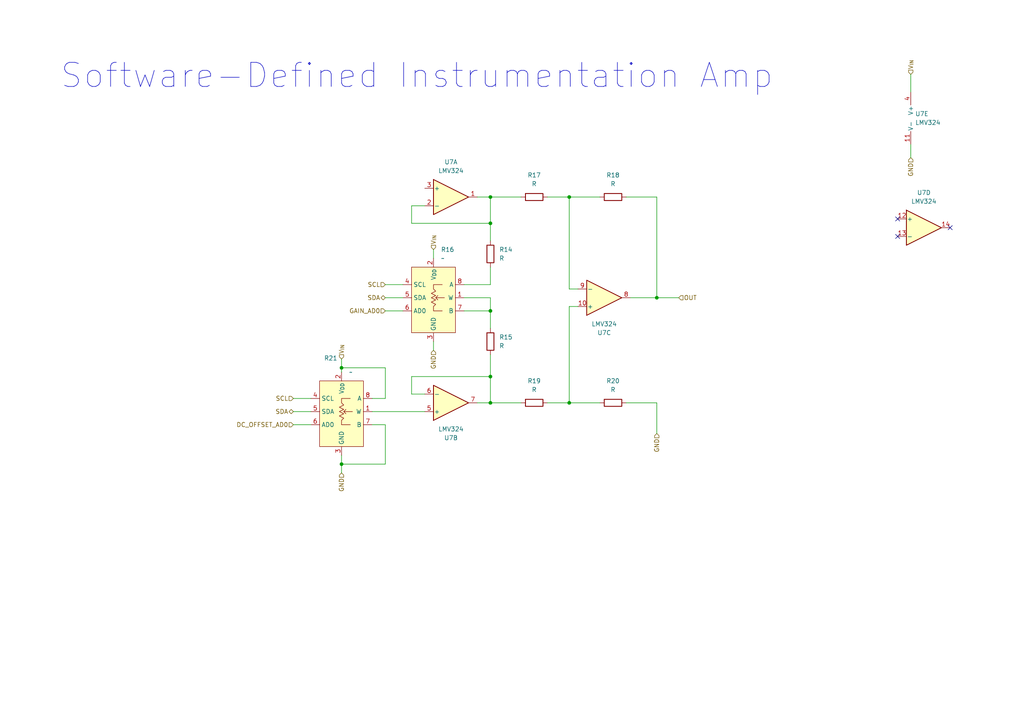
<source format=kicad_sch>
(kicad_sch (version 20250114) (generator "eeschema") (generator_version "9.0")
  (paper "A4")
  (title_block (title "LoRa Water Quality Management System Sensor Node"))
  (lib_symbols
    (symbol "Amplifier_Operational:LMV324" (pin_names (offset 0.127))
      (property "Reference" "U" (at 0 5.08 0))
      (property "Value" "LMV324" (at 0 -5.08 0))
      (symbol "LMV324_1_1"
        (polyline (pts (xy -5.08 5.08) (xy 5.08 0) (xy -5.08 -5.08) (xy -5.08 5.08)) (stroke (width 0.254)) (fill (type background)))
        (pin input line (at -7.62 2.54 0) (length 2.54) (name "+") (number "3"))
        (pin input line (at -7.62 -2.54 0) (length 2.54) (name "-") (number "2"))
        (pin output line (at 7.62 0 180) (length 2.54) (name "~") (number "1"))
      )
      (symbol "LMV324_2_1"
        (polyline (pts (xy -5.08 5.08) (xy 5.08 0) (xy -5.08 -5.08) (xy -5.08 5.08)) (stroke (width 0.254)) (fill (type background)))
        (pin input line (at -7.62 2.54 0) (length 2.54) (name "+") (number "5"))
        (pin input line (at -7.62 -2.54 0) (length 2.54) (name "-") (number "6"))
        (pin output line (at 7.62 0 180) (length 2.54) (name "~") (number "7"))
      )
      (symbol "LMV324_3_1"
        (polyline (pts (xy -5.08 5.08) (xy 5.08 0) (xy -5.08 -5.08) (xy -5.08 5.08)) (stroke (width 0.254)) (fill (type background)))
        (pin input line (at -7.62 2.54 0) (length 2.54) (name "+") (number "10"))
        (pin input line (at -7.62 -2.54 0) (length 2.54) (name "-") (number "9"))
        (pin output line (at 7.62 0 180) (length 2.54) (name "~") (number "8"))
      )
      (symbol "LMV324_4_1"
        (polyline (pts (xy -5.08 5.08) (xy 5.08 0) (xy -5.08 -5.08) (xy -5.08 5.08)) (stroke (width 0.254)) (fill (type background)))
        (pin input line (at -7.62 2.54 0) (length 2.54) (name "+") (number "12"))
        (pin input line (at -7.62 -2.54 0) (length 2.54) (name "-") (number "13"))
        (pin output line (at 7.62 0 180) (length 2.54) (name "~") (number "14"))
      )
      (symbol "LMV324_5_1"
        (pin power_in line (at -2.54 7.62 270) (length 3.81) (name "V+") (number "4"))
        (pin power_in line (at -2.54 -7.62 90) (length 3.81) (name "V-") (number "11"))
      )
    )
    (symbol "Device:R" (pin_numbers (hide yes)) (pin_names (offset 0))
      (property "Reference" "R" (at 2.032 0 90))
      (property "Value" "R" (at 0 0 90))
      (symbol "R_0_1"
        (rectangle (start -1.016 -2.54) (end 1.016 2.54) (stroke (width 0.254)))
      )
      (symbol "R_1_1"
        (pin passive line (at 0 3.81 270) (length 1.27) (name "~") (number "1"))
        (pin passive line (at 0 -3.81 90) (length 1.27) (name "~") (number "2"))
      )
    )
    (symbol "LoRaWaterQualityManagementSystem:CAT5171"
      (property "Reference" "R" (at -2.286 16.256 0))
      (symbol "CAT5171_1_1"
        (rectangle (start -6.35 8.89) (end 6.35 -10.16) (fill (type background)))
        (polyline (pts (xy 0.635 0) (xy 1.27 -0.635)))
        (polyline (pts (xy 2.54 3.81) (xy 0 3.81) (xy 0 2.54) (xy 0.635 1.905) (xy -0.635 1.27) (xy 0.635 0.635) (xy -0.635 0) (xy 0.635 -0.635) (xy -0.635 -1.27) (xy 0.635 -1.905) (xy 0 -2.54) (xy 0 -3.81) (xy 2.54 -3.81)))
        (polyline (pts (xy 3.175 0) (xy 0.635 0) (xy 1.27 0.635)))
        (pin input line (at -8.89 3.81 0) (length 2.54) (name "SCL") (number "4"))
        (pin bidirectional line (at -8.89 0 0) (length 2.54) (name "SDA") (number "5"))
        (pin input line (at -8.89 -3.81 0) (length 2.54) (name "AD0") (number "6"))
        (pin power_in line (at 0 11.43 270) (length 2.54) (name "V_{DD}") (number "2"))
        (pin power_in line (at 0 -12.7 90) (length 2.54) (name "GND") (number "3"))
        (pin passive line (at 8.89 3.81 180) (length 2.54) (name "A") (number "8"))
        (pin passive line (at 8.89 0 180) (length 2.54) (name "W") (number "1"))
        (pin passive line (at 8.89 -3.81 180) (length 2.54) (name "B") (number "7"))
      )
    )
  )
  (text "Software-Defined Instrumentation Amp" (at 120.904 22.098 0) (effects (font (size 7 7))))
  (junction (at 99.06 106.68))
  (junction (at 165.1 57.15))
  (junction (at 142.24 116.84))
  (junction (at 99.06 134.62))
  (junction (at 142.24 57.15))
  (junction (at 165.1 116.84))
  (junction (at 142.24 109.22))
  (junction (at 190.5 86.36))
  (junction (at 142.24 64.77))
  (junction (at 142.24 90.17))
  (no_connect (at 260.35 68.58))
  (no_connect (at 275.59 66.04))
  (no_connect (at 260.35 63.5))
  (wire (pts (xy 99.06 132.08) (xy 99.06 134.62)))
  (wire (pts (xy 134.62 82.55) (xy 142.24 82.55)))
  (wire (pts (xy 99.06 106.68) (xy 99.06 107.95)))
  (wire (pts (xy 107.95 119.38) (xy 123.19 119.38)))
  (wire (pts (xy 190.5 57.15) (xy 190.5 86.36)))
  (wire (pts (xy 111.76 82.55) (xy 116.84 82.55)))
  (wire (pts (xy 99.06 104.14) (xy 99.06 106.68)))
  (wire (pts (xy 142.24 116.84) (xy 151.13 116.84)))
  (wire (pts (xy 167.64 83.82) (xy 165.1 83.82)))
  (wire (pts (xy 142.24 86.36) (xy 134.62 86.36)))
  (wire (pts (xy 181.61 116.84) (xy 190.5 116.84)))
  (wire (pts (xy 107.95 123.19) (xy 111.76 123.19)))
  (wire (pts (xy 190.5 86.36) (xy 182.88 86.36)))
  (wire (pts (xy 85.09 119.38) (xy 90.17 119.38)))
  (wire (pts (xy 190.5 86.36) (xy 196.85 86.36)))
  (wire (pts (xy 123.19 114.3) (xy 119.38 114.3)))
  (wire (pts (xy 181.61 57.15) (xy 190.5 57.15)))
  (wire (pts (xy 142.24 102.87) (xy 142.24 109.22)))
  (wire (pts (xy 107.95 115.57) (xy 111.76 115.57)))
  (wire (pts (xy 142.24 86.36) (xy 142.24 90.17)))
  (wire (pts (xy 111.76 90.17) (xy 116.84 90.17)))
  (wire (pts (xy 165.1 57.15) (xy 158.75 57.15)))
  (wire (pts (xy 165.1 116.84) (xy 173.99 116.84)))
  (wire (pts (xy 142.24 57.15) (xy 151.13 57.15)))
  (wire (pts (xy 165.1 83.82) (xy 165.1 57.15)))
  (wire (pts (xy 142.24 69.85) (xy 142.24 64.77)))
  (wire (pts (xy 142.24 90.17) (xy 134.62 90.17)))
  (wire (pts (xy 264.16 45.72) (xy 264.16 41.91)))
  (wire (pts (xy 111.76 123.19) (xy 111.76 134.62)))
  (wire (pts (xy 142.24 64.77) (xy 142.24 57.15)))
  (wire (pts (xy 190.5 116.84) (xy 190.5 125.73)))
  (wire (pts (xy 85.09 115.57) (xy 90.17 115.57)))
  (wire (pts (xy 119.38 64.77) (xy 142.24 64.77)))
  (wire (pts (xy 167.64 88.9) (xy 165.1 88.9)))
  (wire (pts (xy 111.76 106.68) (xy 99.06 106.68)))
  (wire (pts (xy 99.06 134.62) (xy 99.06 137.16)))
  (wire (pts (xy 119.38 109.22) (xy 142.24 109.22)))
  (wire (pts (xy 158.75 116.84) (xy 165.1 116.84)))
  (wire (pts (xy 138.43 116.84) (xy 142.24 116.84)))
  (wire (pts (xy 125.73 72.39) (xy 125.73 74.93)))
  (wire (pts (xy 165.1 88.9) (xy 165.1 116.84)))
  (wire (pts (xy 142.24 109.22) (xy 142.24 116.84)))
  (wire (pts (xy 119.38 59.69) (xy 119.38 64.77)))
  (wire (pts (xy 165.1 57.15) (xy 173.99 57.15)))
  (wire (pts (xy 125.73 101.6) (xy 125.73 99.06)))
  (wire (pts (xy 111.76 115.57) (xy 111.76 106.68)))
  (wire (pts (xy 111.76 86.36) (xy 116.84 86.36)))
  (wire (pts (xy 264.16 21.59) (xy 264.16 26.67)))
  (wire (pts (xy 138.43 57.15) (xy 142.24 57.15)))
  (wire (pts (xy 111.76 134.62) (xy 99.06 134.62)))
  (wire (pts (xy 123.19 59.69) (xy 119.38 59.69)))
  (wire (pts (xy 142.24 90.17) (xy 142.24 95.25)))
  (wire (pts (xy 142.24 82.55) (xy 142.24 77.47)))
  (wire (pts (xy 119.38 114.3) (xy 119.38 109.22)))
  (wire (pts (xy 85.09 123.19) (xy 90.17 123.19)))
  (hierarchical_label "SDA" (shape bidirectional) (at 111.76 86.36 180))
  (hierarchical_label "SCL" (shape input) (at 111.76 82.55 180))
  (hierarchical_label "SCL" (shape input) (at 85.09 115.57 180))
  (hierarchical_label "GND" (shape input) (at 264.16 45.72 270))
  (hierarchical_label "OUT" (shape input) (at 196.85 86.36 0))
  (hierarchical_label "SDA" (shape bidirectional) (at 85.09 119.38 180))
  (hierarchical_label "GND" (shape input) (at 190.5 125.73 270))
  (hierarchical_label "GAIN_AD0" (shape input) (at 111.76 90.17 180))
  (hierarchical_label "V_{IN}" (shape input) (at 99.06 104.14 90))
  (hierarchical_label "V_{IN}" (shape input) (at 264.16 21.59 90))
  (hierarchical_label "GND" (shape input) (at 99.06 137.16 270))
  (hierarchical_label "DC_OFFSET_AD0" (shape input) (at 85.09 123.19 180))
  (hierarchical_label "V_{IN}" (shape input) (at 125.73 72.39 90))
  (hierarchical_label "GND" (shape input) (at 125.73 101.6 270))
  (symbol (lib_id "Device:R") (at 177.8 116.84 90) (unit 1)
    (property "Reference" "R20" (at 177.8 110.49 90))
    (property "Value" "R" (at 177.8 113.03 90))
    (property "Description" "Resistor" (effects (hide yes)))
  )
  (symbol (lib_id "LoRaWaterQualityManagementSystem:CAT5171") (at 99.06 119.38 0) (unit 1)
    (property "Reference" "R21" (at 93.98 103.886 0) (effects (justify left)))
    (property "Value" "~" (at 101.2033 107.95 0) (effects (justify left)))
    (property "Datasheet" "kicad-embed://CAT5171-D.PDF" (effects (hide yes)))
    (property "Description" "Digital Potentiometer with I2C interface" (effects (hide yes)))
  )
  (symbol (lib_id "Amplifier_Operational:LMV324") (at 267.97 66.04 0) (unit 4)
    (property "Reference" "U7" (at 267.97 55.88 0))
    (property "Value" "LMV324" (at 267.97 58.42 0))
    (property "Datasheet" "http://www.ti.com/lit/ds/symlink/lmv324.pdf" (effects (hide yes)))
    (property "Description" "Quad Low-Voltage Rail-to-Rail Output Operational Amplifier, SOIC-14/SSOP-14" (effects (hide yes)))
  )
  (symbol (lib_id "Amplifier_Operational:LMV324") (at 130.81 116.84 0) (mirror x) (unit 2)
    (property "Reference" "U7" (at 130.81 127 0))
    (property "Value" "LMV324" (at 130.81 124.46 0))
    (property "Datasheet" "http://www.ti.com/lit/ds/symlink/lmv324.pdf" (effects (hide yes)))
    (property "Description" "Quad Low-Voltage Rail-to-Rail Output Operational Amplifier, SOIC-14/SSOP-14" (effects (hide yes)))
  )
  (symbol (lib_id "LoRaWaterQualityManagementSystem:CAT5171") (at 125.73 86.36 0) (unit 1)
    (property "Reference" "R16" (at 127.8733 72.39 0) (effects (justify left)))
    (property "Value" "~" (at 127.8733 74.93 0) (effects (justify left)))
    (property "Datasheet" "kicad-embed://CAT5171-D.PDF" (effects (hide yes)))
    (property "Description" "Digital Potentiometer with I2C interface" (effects (hide yes)))
  )
  (symbol (lib_id "Device:R") (at 177.8 57.15 90) (unit 1)
    (property "Reference" "R18" (at 177.8 50.8 90))
    (property "Value" "R" (at 177.8 53.34 90))
    (property "Description" "Resistor" (effects (hide yes)))
  )
  (symbol (lib_id "Device:R") (at 142.24 73.66 0) (unit 1)
    (property "Reference" "R14" (at 144.78 72.3899 0) (effects (justify left)))
    (property "Value" "R" (at 144.78 74.9299 0) (effects (justify left)))
    (property "Description" "Resistor" (effects (hide yes)))
  )
  (symbol (lib_id "Device:R") (at 154.94 57.15 90) (unit 1)
    (property "Reference" "R17" (at 154.94 50.8 90))
    (property "Value" "R" (at 154.94 53.34 90))
    (property "Description" "Resistor" (effects (hide yes)))
  )
  (symbol (lib_id "Device:R") (at 154.94 116.84 90) (unit 1)
    (property "Reference" "R19" (at 154.94 110.49 90))
    (property "Value" "R" (at 154.94 113.03 90))
    (property "Description" "Resistor" (effects (hide yes)))
  )
  (symbol (lib_id "Amplifier_Operational:LMV324") (at 266.7 34.29 0) (unit 5)
    (property "Reference" "U7" (at 265.43 33.0199 0) (effects (justify left)))
    (property "Value" "LMV324" (at 265.43 35.5599 0) (effects (justify left)))
    (property "Datasheet" "http://www.ti.com/lit/ds/symlink/lmv324.pdf" (effects (hide yes)))
    (property "Description" "Quad Low-Voltage Rail-to-Rail Output Operational Amplifier, SOIC-14/SSOP-14" (effects (hide yes)))
  )
  (symbol (lib_id "Device:R") (at 142.24 99.06 0) (unit 1)
    (property "Reference" "R15" (at 144.78 97.7899 0) (effects (justify left)))
    (property "Value" "R" (at 144.78 100.3299 0) (effects (justify left)))
    (property "Description" "Resistor" (effects (hide yes)))
  )
  (symbol (lib_id "Amplifier_Operational:LMV324") (at 175.26 86.36 0) (mirror x) (unit 3)
    (property "Reference" "U7" (at 175.26 96.52 0))
    (property "Value" "LMV324" (at 175.26 93.98 0))
    (property "Datasheet" "http://www.ti.com/lit/ds/symlink/lmv324.pdf" (effects (hide yes)))
    (property "Description" "Quad Low-Voltage Rail-to-Rail Output Operational Amplifier, SOIC-14/SSOP-14" (effects (hide yes)))
  )
  (symbol (lib_id "Amplifier_Operational:LMV324") (at 130.81 57.15 0) (unit 1)
    (property "Reference" "U7" (at 130.81 46.99 0))
    (property "Value" "LMV324" (at 130.81 49.53 0))
    (property "Datasheet" "http://www.ti.com/lit/ds/symlink/lmv324.pdf" (effects (hide yes)))
    (property "Description" "Quad Low-Voltage Rail-to-Rail Output Operational Amplifier, SOIC-14/SSOP-14" (effects (hide yes)))
  )
)
</source>
